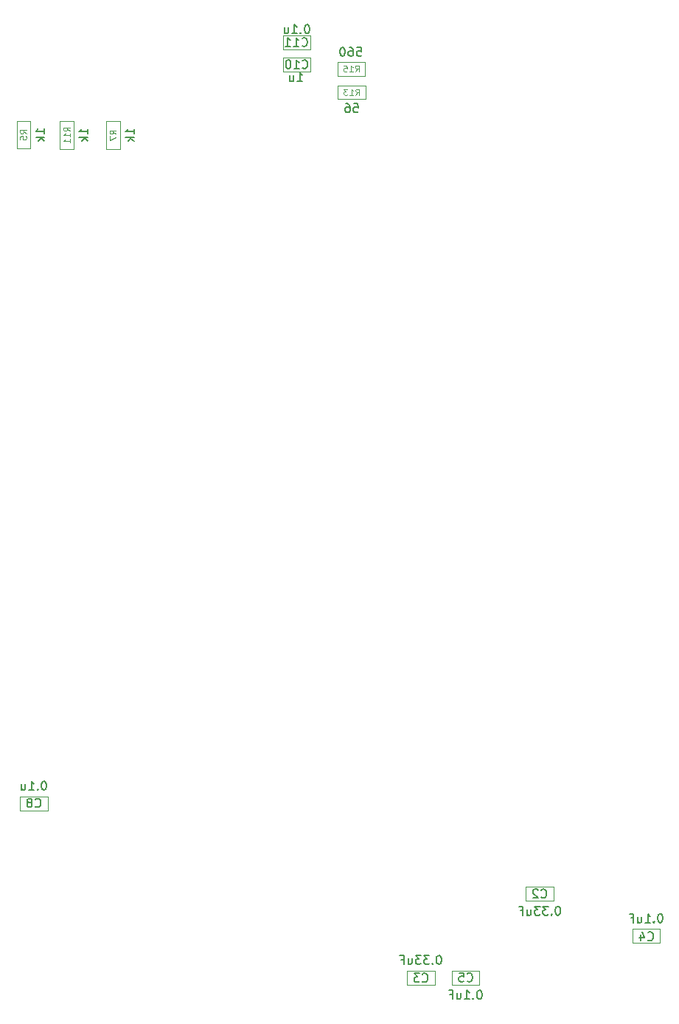
<source format=gbr>
G04 #@! TF.FileFunction,Other,Fab,Bot*
%FSLAX46Y46*%
G04 Gerber Fmt 4.6, Leading zero omitted, Abs format (unit mm)*
G04 Created by KiCad (PCBNEW 4.0.7) date 05/25/18 18:50:48*
%MOMM*%
%LPD*%
G01*
G04 APERTURE LIST*
%ADD10C,0.100000*%
%ADD11C,0.150000*%
%ADD12C,0.105000*%
G04 APERTURE END LIST*
D10*
X65964240Y-105968120D02*
X65964240Y-104368120D01*
X62764240Y-105968120D02*
X65964240Y-105968120D01*
X62764240Y-104368120D02*
X62764240Y-105968120D01*
X65964240Y-104368120D02*
X62764240Y-104368120D01*
X49095760Y-113981880D02*
X49095760Y-115581880D01*
X52295760Y-113981880D02*
X49095760Y-113981880D01*
X52295760Y-115581880D02*
X52295760Y-113981880D01*
X49095760Y-115581880D02*
X52295760Y-115581880D01*
X74984240Y-109218120D02*
X74984240Y-110818120D01*
X78184240Y-109218120D02*
X74984240Y-109218120D01*
X78184240Y-110818120D02*
X78184240Y-109218120D01*
X74984240Y-110818120D02*
X78184240Y-110818120D01*
X57425760Y-115581880D02*
X57425760Y-113981880D01*
X54225760Y-115581880D02*
X57425760Y-115581880D01*
X54225760Y-113981880D02*
X54225760Y-115581880D01*
X57425760Y-113981880D02*
X54225760Y-113981880D01*
X4645760Y-94018120D02*
X4645760Y-95618120D01*
X7845760Y-94018120D02*
X4645760Y-94018120D01*
X7845760Y-95618120D02*
X7845760Y-94018120D01*
X4645760Y-95618120D02*
X7845760Y-95618120D01*
X38050000Y-10850000D02*
X38050000Y-9250000D01*
X34850000Y-10850000D02*
X38050000Y-10850000D01*
X34850000Y-9250000D02*
X34850000Y-10850000D01*
X38050000Y-9250000D02*
X34850000Y-9250000D01*
X38050000Y-8350000D02*
X38050000Y-6750000D01*
X34850000Y-8350000D02*
X38050000Y-8350000D01*
X34850000Y-6750000D02*
X34850000Y-8350000D01*
X38050000Y-6750000D02*
X34850000Y-6750000D01*
X5874240Y-16518120D02*
X4274240Y-16518120D01*
X5874240Y-19718120D02*
X5874240Y-16518120D01*
X4274240Y-19718120D02*
X5874240Y-19718120D01*
X4274240Y-16518120D02*
X4274240Y-19718120D01*
X16150000Y-16550000D02*
X14550000Y-16550000D01*
X16150000Y-19750000D02*
X16150000Y-16550000D01*
X14550000Y-19750000D02*
X16150000Y-19750000D01*
X14550000Y-16550000D02*
X14550000Y-19750000D01*
X10864240Y-16543120D02*
X9264240Y-16543120D01*
X10864240Y-19743120D02*
X10864240Y-16543120D01*
X9264240Y-19743120D02*
X10864240Y-19743120D01*
X9264240Y-16543120D02*
X9264240Y-19743120D01*
X41135760Y-12461880D02*
X41135760Y-14061880D01*
X44335760Y-12461880D02*
X41135760Y-12461880D01*
X44335760Y-14061880D02*
X44335760Y-12461880D01*
X41135760Y-14061880D02*
X44335760Y-14061880D01*
X44309240Y-11363120D02*
X44309240Y-9763120D01*
X41109240Y-11363120D02*
X44309240Y-11363120D01*
X41109240Y-9763120D02*
X41109240Y-11363120D01*
X44309240Y-9763120D02*
X41109240Y-9763120D01*
D11*
X66483288Y-106620501D02*
X66388049Y-106620501D01*
X66292811Y-106668120D01*
X66245192Y-106715739D01*
X66197573Y-106810977D01*
X66149954Y-107001453D01*
X66149954Y-107239549D01*
X66197573Y-107430025D01*
X66245192Y-107525263D01*
X66292811Y-107572882D01*
X66388049Y-107620501D01*
X66483288Y-107620501D01*
X66578526Y-107572882D01*
X66626145Y-107525263D01*
X66673764Y-107430025D01*
X66721383Y-107239549D01*
X66721383Y-107001453D01*
X66673764Y-106810977D01*
X66626145Y-106715739D01*
X66578526Y-106668120D01*
X66483288Y-106620501D01*
X65721383Y-107525263D02*
X65673764Y-107572882D01*
X65721383Y-107620501D01*
X65769002Y-107572882D01*
X65721383Y-107525263D01*
X65721383Y-107620501D01*
X65340431Y-106620501D02*
X64721383Y-106620501D01*
X65054717Y-107001453D01*
X64911859Y-107001453D01*
X64816621Y-107049072D01*
X64769002Y-107096691D01*
X64721383Y-107191930D01*
X64721383Y-107430025D01*
X64769002Y-107525263D01*
X64816621Y-107572882D01*
X64911859Y-107620501D01*
X65197574Y-107620501D01*
X65292812Y-107572882D01*
X65340431Y-107525263D01*
X64388050Y-106620501D02*
X63769002Y-106620501D01*
X64102336Y-107001453D01*
X63959478Y-107001453D01*
X63864240Y-107049072D01*
X63816621Y-107096691D01*
X63769002Y-107191930D01*
X63769002Y-107430025D01*
X63816621Y-107525263D01*
X63864240Y-107572882D01*
X63959478Y-107620501D01*
X64245193Y-107620501D01*
X64340431Y-107572882D01*
X64388050Y-107525263D01*
X62911859Y-106953834D02*
X62911859Y-107620501D01*
X63340431Y-106953834D02*
X63340431Y-107477644D01*
X63292812Y-107572882D01*
X63197574Y-107620501D01*
X63054716Y-107620501D01*
X62959478Y-107572882D01*
X62911859Y-107525263D01*
X62102335Y-107096691D02*
X62435669Y-107096691D01*
X62435669Y-107620501D02*
X62435669Y-106620501D01*
X61959478Y-106620501D01*
X64516666Y-105557143D02*
X64564285Y-105604762D01*
X64707142Y-105652381D01*
X64802380Y-105652381D01*
X64945238Y-105604762D01*
X65040476Y-105509524D01*
X65088095Y-105414286D01*
X65135714Y-105223810D01*
X65135714Y-105080952D01*
X65088095Y-104890476D01*
X65040476Y-104795238D01*
X64945238Y-104700000D01*
X64802380Y-104652381D01*
X64707142Y-104652381D01*
X64564285Y-104700000D01*
X64516666Y-104747619D01*
X64135714Y-104747619D02*
X64088095Y-104700000D01*
X63992857Y-104652381D01*
X63754761Y-104652381D01*
X63659523Y-104700000D01*
X63611904Y-104747619D01*
X63564285Y-104842857D01*
X63564285Y-104938095D01*
X63611904Y-105080952D01*
X64183333Y-105652381D01*
X63564285Y-105652381D01*
X52814808Y-112234261D02*
X52719569Y-112234261D01*
X52624331Y-112281880D01*
X52576712Y-112329499D01*
X52529093Y-112424737D01*
X52481474Y-112615213D01*
X52481474Y-112853309D01*
X52529093Y-113043785D01*
X52576712Y-113139023D01*
X52624331Y-113186642D01*
X52719569Y-113234261D01*
X52814808Y-113234261D01*
X52910046Y-113186642D01*
X52957665Y-113139023D01*
X53005284Y-113043785D01*
X53052903Y-112853309D01*
X53052903Y-112615213D01*
X53005284Y-112424737D01*
X52957665Y-112329499D01*
X52910046Y-112281880D01*
X52814808Y-112234261D01*
X52052903Y-113139023D02*
X52005284Y-113186642D01*
X52052903Y-113234261D01*
X52100522Y-113186642D01*
X52052903Y-113139023D01*
X52052903Y-113234261D01*
X51671951Y-112234261D02*
X51052903Y-112234261D01*
X51386237Y-112615213D01*
X51243379Y-112615213D01*
X51148141Y-112662832D01*
X51100522Y-112710451D01*
X51052903Y-112805690D01*
X51052903Y-113043785D01*
X51100522Y-113139023D01*
X51148141Y-113186642D01*
X51243379Y-113234261D01*
X51529094Y-113234261D01*
X51624332Y-113186642D01*
X51671951Y-113139023D01*
X50719570Y-112234261D02*
X50100522Y-112234261D01*
X50433856Y-112615213D01*
X50290998Y-112615213D01*
X50195760Y-112662832D01*
X50148141Y-112710451D01*
X50100522Y-112805690D01*
X50100522Y-113043785D01*
X50148141Y-113139023D01*
X50195760Y-113186642D01*
X50290998Y-113234261D01*
X50576713Y-113234261D01*
X50671951Y-113186642D01*
X50719570Y-113139023D01*
X49243379Y-112567594D02*
X49243379Y-113234261D01*
X49671951Y-112567594D02*
X49671951Y-113091404D01*
X49624332Y-113186642D01*
X49529094Y-113234261D01*
X49386236Y-113234261D01*
X49290998Y-113186642D01*
X49243379Y-113139023D01*
X48433855Y-112710451D02*
X48767189Y-112710451D01*
X48767189Y-113234261D02*
X48767189Y-112234261D01*
X48290998Y-112234261D01*
X50866666Y-115207143D02*
X50914285Y-115254762D01*
X51057142Y-115302381D01*
X51152380Y-115302381D01*
X51295238Y-115254762D01*
X51390476Y-115159524D01*
X51438095Y-115064286D01*
X51485714Y-114873810D01*
X51485714Y-114730952D01*
X51438095Y-114540476D01*
X51390476Y-114445238D01*
X51295238Y-114350000D01*
X51152380Y-114302381D01*
X51057142Y-114302381D01*
X50914285Y-114350000D01*
X50866666Y-114397619D01*
X50533333Y-114302381D02*
X49914285Y-114302381D01*
X50247619Y-114683333D01*
X50104761Y-114683333D01*
X50009523Y-114730952D01*
X49961904Y-114778571D01*
X49914285Y-114873810D01*
X49914285Y-115111905D01*
X49961904Y-115207143D01*
X50009523Y-115254762D01*
X50104761Y-115302381D01*
X50390476Y-115302381D01*
X50485714Y-115254762D01*
X50533333Y-115207143D01*
X78227097Y-107470501D02*
X78131858Y-107470501D01*
X78036620Y-107518120D01*
X77989001Y-107565739D01*
X77941382Y-107660977D01*
X77893763Y-107851453D01*
X77893763Y-108089549D01*
X77941382Y-108280025D01*
X77989001Y-108375263D01*
X78036620Y-108422882D01*
X78131858Y-108470501D01*
X78227097Y-108470501D01*
X78322335Y-108422882D01*
X78369954Y-108375263D01*
X78417573Y-108280025D01*
X78465192Y-108089549D01*
X78465192Y-107851453D01*
X78417573Y-107660977D01*
X78369954Y-107565739D01*
X78322335Y-107518120D01*
X78227097Y-107470501D01*
X77465192Y-108375263D02*
X77417573Y-108422882D01*
X77465192Y-108470501D01*
X77512811Y-108422882D01*
X77465192Y-108375263D01*
X77465192Y-108470501D01*
X76465192Y-108470501D02*
X77036621Y-108470501D01*
X76750907Y-108470501D02*
X76750907Y-107470501D01*
X76846145Y-107613358D01*
X76941383Y-107708596D01*
X77036621Y-107756215D01*
X75608049Y-107803834D02*
X75608049Y-108470501D01*
X76036621Y-107803834D02*
X76036621Y-108327644D01*
X75989002Y-108422882D01*
X75893764Y-108470501D01*
X75750906Y-108470501D01*
X75655668Y-108422882D01*
X75608049Y-108375263D01*
X74798525Y-107946691D02*
X75131859Y-107946691D01*
X75131859Y-108470501D02*
X75131859Y-107470501D01*
X74655668Y-107470501D01*
X76766666Y-110457143D02*
X76814285Y-110504762D01*
X76957142Y-110552381D01*
X77052380Y-110552381D01*
X77195238Y-110504762D01*
X77290476Y-110409524D01*
X77338095Y-110314286D01*
X77385714Y-110123810D01*
X77385714Y-109980952D01*
X77338095Y-109790476D01*
X77290476Y-109695238D01*
X77195238Y-109600000D01*
X77052380Y-109552381D01*
X76957142Y-109552381D01*
X76814285Y-109600000D01*
X76766666Y-109647619D01*
X75909523Y-109885714D02*
X75909523Y-110552381D01*
X76147619Y-109504762D02*
X76385714Y-110219048D01*
X75766666Y-110219048D01*
X57468617Y-116234261D02*
X57373378Y-116234261D01*
X57278140Y-116281880D01*
X57230521Y-116329499D01*
X57182902Y-116424737D01*
X57135283Y-116615213D01*
X57135283Y-116853309D01*
X57182902Y-117043785D01*
X57230521Y-117139023D01*
X57278140Y-117186642D01*
X57373378Y-117234261D01*
X57468617Y-117234261D01*
X57563855Y-117186642D01*
X57611474Y-117139023D01*
X57659093Y-117043785D01*
X57706712Y-116853309D01*
X57706712Y-116615213D01*
X57659093Y-116424737D01*
X57611474Y-116329499D01*
X57563855Y-116281880D01*
X57468617Y-116234261D01*
X56706712Y-117139023D02*
X56659093Y-117186642D01*
X56706712Y-117234261D01*
X56754331Y-117186642D01*
X56706712Y-117139023D01*
X56706712Y-117234261D01*
X55706712Y-117234261D02*
X56278141Y-117234261D01*
X55992427Y-117234261D02*
X55992427Y-116234261D01*
X56087665Y-116377118D01*
X56182903Y-116472356D01*
X56278141Y-116519975D01*
X54849569Y-116567594D02*
X54849569Y-117234261D01*
X55278141Y-116567594D02*
X55278141Y-117091404D01*
X55230522Y-117186642D01*
X55135284Y-117234261D01*
X54992426Y-117234261D01*
X54897188Y-117186642D01*
X54849569Y-117139023D01*
X54040045Y-116710451D02*
X54373379Y-116710451D01*
X54373379Y-117234261D02*
X54373379Y-116234261D01*
X53897188Y-116234261D01*
X56016666Y-115157143D02*
X56064285Y-115204762D01*
X56207142Y-115252381D01*
X56302380Y-115252381D01*
X56445238Y-115204762D01*
X56540476Y-115109524D01*
X56588095Y-115014286D01*
X56635714Y-114823810D01*
X56635714Y-114680952D01*
X56588095Y-114490476D01*
X56540476Y-114395238D01*
X56445238Y-114300000D01*
X56302380Y-114252381D01*
X56207142Y-114252381D01*
X56064285Y-114300000D01*
X56016666Y-114347619D01*
X55111904Y-114252381D02*
X55588095Y-114252381D01*
X55635714Y-114728571D01*
X55588095Y-114680952D01*
X55492857Y-114633333D01*
X55254761Y-114633333D01*
X55159523Y-114680952D01*
X55111904Y-114728571D01*
X55064285Y-114823810D01*
X55064285Y-115061905D01*
X55111904Y-115157143D01*
X55159523Y-115204762D01*
X55254761Y-115252381D01*
X55492857Y-115252381D01*
X55588095Y-115204762D01*
X55635714Y-115157143D01*
X7460046Y-92270501D02*
X7364807Y-92270501D01*
X7269569Y-92318120D01*
X7221950Y-92365739D01*
X7174331Y-92460977D01*
X7126712Y-92651453D01*
X7126712Y-92889549D01*
X7174331Y-93080025D01*
X7221950Y-93175263D01*
X7269569Y-93222882D01*
X7364807Y-93270501D01*
X7460046Y-93270501D01*
X7555284Y-93222882D01*
X7602903Y-93175263D01*
X7650522Y-93080025D01*
X7698141Y-92889549D01*
X7698141Y-92651453D01*
X7650522Y-92460977D01*
X7602903Y-92365739D01*
X7555284Y-92318120D01*
X7460046Y-92270501D01*
X6698141Y-93175263D02*
X6650522Y-93222882D01*
X6698141Y-93270501D01*
X6745760Y-93222882D01*
X6698141Y-93175263D01*
X6698141Y-93270501D01*
X5698141Y-93270501D02*
X6269570Y-93270501D01*
X5983856Y-93270501D02*
X5983856Y-92270501D01*
X6079094Y-92413358D01*
X6174332Y-92508596D01*
X6269570Y-92556215D01*
X4840998Y-92603834D02*
X4840998Y-93270501D01*
X5269570Y-92603834D02*
X5269570Y-93127644D01*
X5221951Y-93222882D01*
X5126713Y-93270501D01*
X4983855Y-93270501D01*
X4888617Y-93222882D01*
X4840998Y-93175263D01*
X6416666Y-95157143D02*
X6464285Y-95204762D01*
X6607142Y-95252381D01*
X6702380Y-95252381D01*
X6845238Y-95204762D01*
X6940476Y-95109524D01*
X6988095Y-95014286D01*
X7035714Y-94823810D01*
X7035714Y-94680952D01*
X6988095Y-94490476D01*
X6940476Y-94395238D01*
X6845238Y-94300000D01*
X6702380Y-94252381D01*
X6607142Y-94252381D01*
X6464285Y-94300000D01*
X6416666Y-94347619D01*
X5845238Y-94680952D02*
X5940476Y-94633333D01*
X5988095Y-94585714D01*
X6035714Y-94490476D01*
X6035714Y-94442857D01*
X5988095Y-94347619D01*
X5940476Y-94300000D01*
X5845238Y-94252381D01*
X5654761Y-94252381D01*
X5559523Y-94300000D01*
X5511904Y-94347619D01*
X5464285Y-94442857D01*
X5464285Y-94490476D01*
X5511904Y-94585714D01*
X5559523Y-94633333D01*
X5654761Y-94680952D01*
X5845238Y-94680952D01*
X5940476Y-94728571D01*
X5988095Y-94776190D01*
X6035714Y-94871429D01*
X6035714Y-95061905D01*
X5988095Y-95157143D01*
X5940476Y-95204762D01*
X5845238Y-95252381D01*
X5654761Y-95252381D01*
X5559523Y-95204762D01*
X5511904Y-95157143D01*
X5464285Y-95061905D01*
X5464285Y-94871429D01*
X5511904Y-94776190D01*
X5559523Y-94728571D01*
X5654761Y-94680952D01*
X36516666Y-12002381D02*
X37088095Y-12002381D01*
X36802381Y-12002381D02*
X36802381Y-11002381D01*
X36897619Y-11145238D01*
X36992857Y-11240476D01*
X37088095Y-11288095D01*
X35659523Y-11335714D02*
X35659523Y-12002381D01*
X36088095Y-11335714D02*
X36088095Y-11859524D01*
X36040476Y-11954762D01*
X35945238Y-12002381D01*
X35802380Y-12002381D01*
X35707142Y-11954762D01*
X35659523Y-11907143D01*
X37092857Y-10457143D02*
X37140476Y-10504762D01*
X37283333Y-10552381D01*
X37378571Y-10552381D01*
X37521429Y-10504762D01*
X37616667Y-10409524D01*
X37664286Y-10314286D01*
X37711905Y-10123810D01*
X37711905Y-9980952D01*
X37664286Y-9790476D01*
X37616667Y-9695238D01*
X37521429Y-9600000D01*
X37378571Y-9552381D01*
X37283333Y-9552381D01*
X37140476Y-9600000D01*
X37092857Y-9647619D01*
X36140476Y-10552381D02*
X36711905Y-10552381D01*
X36426191Y-10552381D02*
X36426191Y-9552381D01*
X36521429Y-9695238D01*
X36616667Y-9790476D01*
X36711905Y-9838095D01*
X35521429Y-9552381D02*
X35426190Y-9552381D01*
X35330952Y-9600000D01*
X35283333Y-9647619D01*
X35235714Y-9742857D01*
X35188095Y-9933333D01*
X35188095Y-10171429D01*
X35235714Y-10361905D01*
X35283333Y-10457143D01*
X35330952Y-10504762D01*
X35426190Y-10552381D01*
X35521429Y-10552381D01*
X35616667Y-10504762D01*
X35664286Y-10457143D01*
X35711905Y-10361905D01*
X35759524Y-10171429D01*
X35759524Y-9933333D01*
X35711905Y-9742857D01*
X35664286Y-9647619D01*
X35616667Y-9600000D01*
X35521429Y-9552381D01*
X37664286Y-5502381D02*
X37569047Y-5502381D01*
X37473809Y-5550000D01*
X37426190Y-5597619D01*
X37378571Y-5692857D01*
X37330952Y-5883333D01*
X37330952Y-6121429D01*
X37378571Y-6311905D01*
X37426190Y-6407143D01*
X37473809Y-6454762D01*
X37569047Y-6502381D01*
X37664286Y-6502381D01*
X37759524Y-6454762D01*
X37807143Y-6407143D01*
X37854762Y-6311905D01*
X37902381Y-6121429D01*
X37902381Y-5883333D01*
X37854762Y-5692857D01*
X37807143Y-5597619D01*
X37759524Y-5550000D01*
X37664286Y-5502381D01*
X36902381Y-6407143D02*
X36854762Y-6454762D01*
X36902381Y-6502381D01*
X36950000Y-6454762D01*
X36902381Y-6407143D01*
X36902381Y-6502381D01*
X35902381Y-6502381D02*
X36473810Y-6502381D01*
X36188096Y-6502381D02*
X36188096Y-5502381D01*
X36283334Y-5645238D01*
X36378572Y-5740476D01*
X36473810Y-5788095D01*
X35045238Y-5835714D02*
X35045238Y-6502381D01*
X35473810Y-5835714D02*
X35473810Y-6359524D01*
X35426191Y-6454762D01*
X35330953Y-6502381D01*
X35188095Y-6502381D01*
X35092857Y-6454762D01*
X35045238Y-6407143D01*
X37042857Y-7907143D02*
X37090476Y-7954762D01*
X37233333Y-8002381D01*
X37328571Y-8002381D01*
X37471429Y-7954762D01*
X37566667Y-7859524D01*
X37614286Y-7764286D01*
X37661905Y-7573810D01*
X37661905Y-7430952D01*
X37614286Y-7240476D01*
X37566667Y-7145238D01*
X37471429Y-7050000D01*
X37328571Y-7002381D01*
X37233333Y-7002381D01*
X37090476Y-7050000D01*
X37042857Y-7097619D01*
X36090476Y-8002381D02*
X36661905Y-8002381D01*
X36376191Y-8002381D02*
X36376191Y-7002381D01*
X36471429Y-7145238D01*
X36566667Y-7240476D01*
X36661905Y-7288095D01*
X35138095Y-8002381D02*
X35709524Y-8002381D01*
X35423810Y-8002381D02*
X35423810Y-7002381D01*
X35519048Y-7145238D01*
X35614286Y-7240476D01*
X35709524Y-7288095D01*
X7476621Y-17999073D02*
X7476621Y-17427644D01*
X7476621Y-17713358D02*
X6476621Y-17713358D01*
X6619478Y-17618120D01*
X6714716Y-17522882D01*
X6762335Y-17427644D01*
X7476621Y-18427644D02*
X6476621Y-18427644D01*
X7095669Y-18522882D02*
X7476621Y-18808597D01*
X6809954Y-18808597D02*
X7190907Y-18427644D01*
D12*
X5390907Y-18001454D02*
X5057573Y-17768120D01*
X5390907Y-17601454D02*
X4690907Y-17601454D01*
X4690907Y-17868120D01*
X4724240Y-17934787D01*
X4757573Y-17968120D01*
X4824240Y-18001454D01*
X4924240Y-18001454D01*
X4990907Y-17968120D01*
X5024240Y-17934787D01*
X5057573Y-17868120D01*
X5057573Y-17601454D01*
X4690907Y-18634787D02*
X4690907Y-18301454D01*
X5024240Y-18268120D01*
X4990907Y-18301454D01*
X4957573Y-18368120D01*
X4957573Y-18534787D01*
X4990907Y-18601454D01*
X5024240Y-18634787D01*
X5090907Y-18668120D01*
X5257573Y-18668120D01*
X5324240Y-18634787D01*
X5357573Y-18601454D01*
X5390907Y-18534787D01*
X5390907Y-18368120D01*
X5357573Y-18301454D01*
X5324240Y-18268120D01*
D11*
X17752381Y-18030953D02*
X17752381Y-17459524D01*
X17752381Y-17745238D02*
X16752381Y-17745238D01*
X16895238Y-17650000D01*
X16990476Y-17554762D01*
X17038095Y-17459524D01*
X17752381Y-18459524D02*
X16752381Y-18459524D01*
X17371429Y-18554762D02*
X17752381Y-18840477D01*
X17085714Y-18840477D02*
X17466667Y-18459524D01*
D12*
X15666667Y-18033334D02*
X15333333Y-17800000D01*
X15666667Y-17633334D02*
X14966667Y-17633334D01*
X14966667Y-17900000D01*
X15000000Y-17966667D01*
X15033333Y-18000000D01*
X15100000Y-18033334D01*
X15200000Y-18033334D01*
X15266667Y-18000000D01*
X15300000Y-17966667D01*
X15333333Y-17900000D01*
X15333333Y-17633334D01*
X14966667Y-18266667D02*
X14966667Y-18733334D01*
X15666667Y-18433334D01*
D11*
X12466621Y-18024073D02*
X12466621Y-17452644D01*
X12466621Y-17738358D02*
X11466621Y-17738358D01*
X11609478Y-17643120D01*
X11704716Y-17547882D01*
X11752335Y-17452644D01*
X12466621Y-18452644D02*
X11466621Y-18452644D01*
X12085669Y-18547882D02*
X12466621Y-18833597D01*
X11799954Y-18833597D02*
X12180907Y-18452644D01*
D12*
X10380907Y-17693120D02*
X10047573Y-17459786D01*
X10380907Y-17293120D02*
X9680907Y-17293120D01*
X9680907Y-17559786D01*
X9714240Y-17626453D01*
X9747573Y-17659786D01*
X9814240Y-17693120D01*
X9914240Y-17693120D01*
X9980907Y-17659786D01*
X10014240Y-17626453D01*
X10047573Y-17559786D01*
X10047573Y-17293120D01*
X10380907Y-18359786D02*
X10380907Y-17959786D01*
X10380907Y-18159786D02*
X9680907Y-18159786D01*
X9780907Y-18093120D01*
X9847573Y-18026453D01*
X9880907Y-17959786D01*
X10380907Y-19026453D02*
X10380907Y-18626453D01*
X10380907Y-18826453D02*
X9680907Y-18826453D01*
X9780907Y-18759787D01*
X9847573Y-18693120D01*
X9880907Y-18626453D01*
D11*
X43364285Y-8102381D02*
X43840476Y-8102381D01*
X43888095Y-8578571D01*
X43840476Y-8530952D01*
X43745238Y-8483333D01*
X43507142Y-8483333D01*
X43411904Y-8530952D01*
X43364285Y-8578571D01*
X43316666Y-8673810D01*
X43316666Y-8911905D01*
X43364285Y-9007143D01*
X43411904Y-9054762D01*
X43507142Y-9102381D01*
X43745238Y-9102381D01*
X43840476Y-9054762D01*
X43888095Y-9007143D01*
X42459523Y-8102381D02*
X42650000Y-8102381D01*
X42745238Y-8150000D01*
X42792857Y-8197619D01*
X42888095Y-8340476D01*
X42935714Y-8530952D01*
X42935714Y-8911905D01*
X42888095Y-9007143D01*
X42840476Y-9054762D01*
X42745238Y-9102381D01*
X42554761Y-9102381D01*
X42459523Y-9054762D01*
X42411904Y-9007143D01*
X42364285Y-8911905D01*
X42364285Y-8673810D01*
X42411904Y-8578571D01*
X42459523Y-8530952D01*
X42554761Y-8483333D01*
X42745238Y-8483333D01*
X42840476Y-8530952D01*
X42888095Y-8578571D01*
X42935714Y-8673810D01*
X41745238Y-8102381D02*
X41649999Y-8102381D01*
X41554761Y-8150000D01*
X41507142Y-8197619D01*
X41459523Y-8292857D01*
X41411904Y-8483333D01*
X41411904Y-8721429D01*
X41459523Y-8911905D01*
X41507142Y-9007143D01*
X41554761Y-9054762D01*
X41649999Y-9102381D01*
X41745238Y-9102381D01*
X41840476Y-9054762D01*
X41888095Y-9007143D01*
X41935714Y-8911905D01*
X41983333Y-8721429D01*
X41983333Y-8483333D01*
X41935714Y-8292857D01*
X41888095Y-8197619D01*
X41840476Y-8150000D01*
X41745238Y-8102381D01*
D12*
X43185760Y-13578547D02*
X43419094Y-13245213D01*
X43585760Y-13578547D02*
X43585760Y-12878547D01*
X43319094Y-12878547D01*
X43252427Y-12911880D01*
X43219094Y-12945213D01*
X43185760Y-13011880D01*
X43185760Y-13111880D01*
X43219094Y-13178547D01*
X43252427Y-13211880D01*
X43319094Y-13245213D01*
X43585760Y-13245213D01*
X42519094Y-13578547D02*
X42919094Y-13578547D01*
X42719094Y-13578547D02*
X42719094Y-12878547D01*
X42785760Y-12978547D01*
X42852427Y-13045213D01*
X42919094Y-13078547D01*
X42285760Y-12878547D02*
X41852427Y-12878547D01*
X42085760Y-13145213D01*
X41985760Y-13145213D01*
X41919093Y-13178547D01*
X41885760Y-13211880D01*
X41852427Y-13278547D01*
X41852427Y-13445213D01*
X41885760Y-13511880D01*
X41919093Y-13545213D01*
X41985760Y-13578547D01*
X42185760Y-13578547D01*
X42252427Y-13545213D01*
X42285760Y-13511880D01*
D11*
X42988095Y-14552381D02*
X43464286Y-14552381D01*
X43511905Y-15028571D01*
X43464286Y-14980952D01*
X43369048Y-14933333D01*
X43130952Y-14933333D01*
X43035714Y-14980952D01*
X42988095Y-15028571D01*
X42940476Y-15123810D01*
X42940476Y-15361905D01*
X42988095Y-15457143D01*
X43035714Y-15504762D01*
X43130952Y-15552381D01*
X43369048Y-15552381D01*
X43464286Y-15504762D01*
X43511905Y-15457143D01*
X42083333Y-14552381D02*
X42273810Y-14552381D01*
X42369048Y-14600000D01*
X42416667Y-14647619D01*
X42511905Y-14790476D01*
X42559524Y-14980952D01*
X42559524Y-15361905D01*
X42511905Y-15457143D01*
X42464286Y-15504762D01*
X42369048Y-15552381D01*
X42178571Y-15552381D01*
X42083333Y-15504762D01*
X42035714Y-15457143D01*
X41988095Y-15361905D01*
X41988095Y-15123810D01*
X42035714Y-15028571D01*
X42083333Y-14980952D01*
X42178571Y-14933333D01*
X42369048Y-14933333D01*
X42464286Y-14980952D01*
X42511905Y-15028571D01*
X42559524Y-15123810D01*
D12*
X43159240Y-10879787D02*
X43392574Y-10546453D01*
X43559240Y-10879787D02*
X43559240Y-10179787D01*
X43292574Y-10179787D01*
X43225907Y-10213120D01*
X43192574Y-10246453D01*
X43159240Y-10313120D01*
X43159240Y-10413120D01*
X43192574Y-10479787D01*
X43225907Y-10513120D01*
X43292574Y-10546453D01*
X43559240Y-10546453D01*
X42492574Y-10879787D02*
X42892574Y-10879787D01*
X42692574Y-10879787D02*
X42692574Y-10179787D01*
X42759240Y-10279787D01*
X42825907Y-10346453D01*
X42892574Y-10379787D01*
X41859240Y-10179787D02*
X42192573Y-10179787D01*
X42225907Y-10513120D01*
X42192573Y-10479787D01*
X42125907Y-10446453D01*
X41959240Y-10446453D01*
X41892573Y-10479787D01*
X41859240Y-10513120D01*
X41825907Y-10579787D01*
X41825907Y-10746453D01*
X41859240Y-10813120D01*
X41892573Y-10846453D01*
X41959240Y-10879787D01*
X42125907Y-10879787D01*
X42192573Y-10846453D01*
X42225907Y-10813120D01*
M02*

</source>
